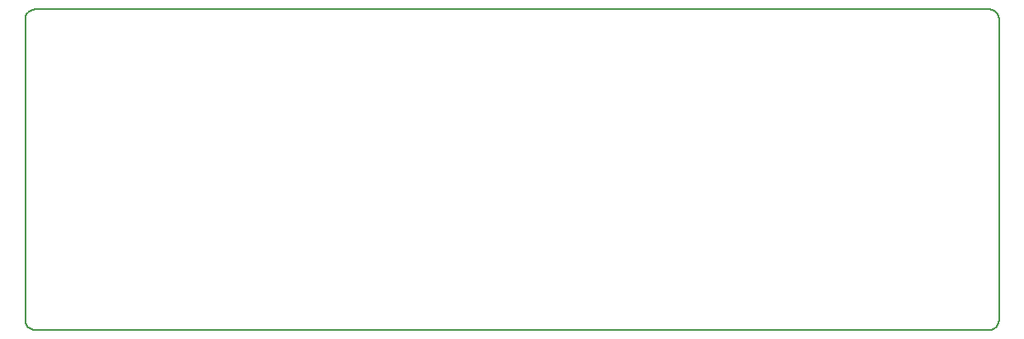
<source format=gm1>
G04*
G04 #@! TF.GenerationSoftware,Altium Limited,Altium Designer,20.0.2 (26)*
G04*
G04 Layer_Color=16711935*
%FSLAX25Y25*%
%MOIN*%
G70*
G01*
G75*
%ADD14C,0.00787*%
D14*
X-192913Y64961D02*
X-193932Y64827D01*
X-194882Y64433D01*
X-195697Y63807D01*
X-196323Y62992D01*
X-196716Y62043D01*
X-196850Y61024D01*
Y-61024D02*
X-196716Y-62043D01*
X-196323Y-62992D01*
X-195697Y-63807D01*
X-194882Y-64433D01*
X-193932Y-64827D01*
X-192913Y-64961D01*
X192913D02*
X193932Y-64827D01*
X194882Y-64433D01*
X195697Y-63807D01*
X196323Y-62992D01*
X196716Y-62043D01*
X196850Y-61024D01*
X196850Y61024D02*
X196716Y62043D01*
X196323Y62992D01*
X195697Y63807D01*
X194882Y64433D01*
X193932Y64827D01*
X192913Y64961D01*
X-196850Y-61024D02*
Y61024D01*
X-192913Y64961D02*
X0D01*
X-192913Y-64961D02*
X0D01*
X192913D01*
X196850Y-61024D02*
Y61024D01*
X0Y64961D02*
X192913D01*
M02*

</source>
